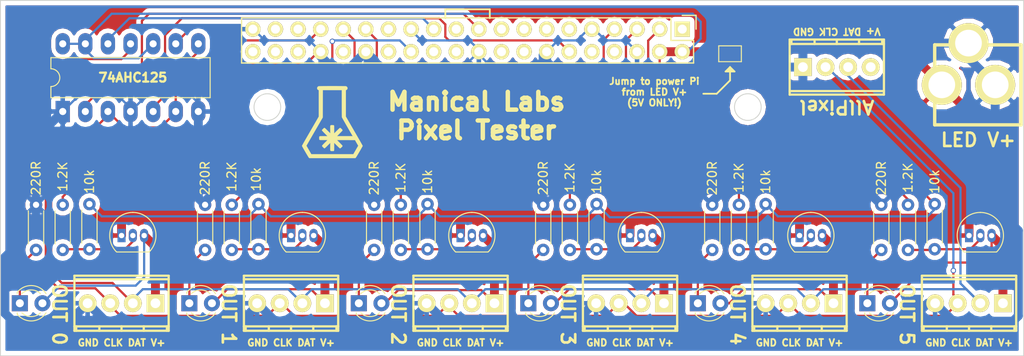
<source format=kicad_pcb>
(kicad_pcb (version 4) (host pcbnew 4.0.7)
  (layers (0 F.Cu signal) (31 B.Cu signal hide) (34 B.Paste user) (35 F.Paste user) (36 B.SilkS user) (37 F.SilkS user) (38 B.Mask user) (39 F.Mask user) (44 Edge.Cuts user))
  (net 0 "")
  (net 1 "Net-(J1-Pad36)")
  (net 2 "Net-(J1-Pad40)")
  (net 3 "Net-(J1-Pad38)")
  (net 4 "Net-(J1-Pad24)")
  (net 5 "Net-(J1-Pad22)")
  (net 6 "Net-(J1-Pad32)")
  (net 7 "Net-(J1-Pad28)")
  (net 8 "Net-(J1-Pad10)")
  (net 9 "Net-(J1-Pad16)")
  (net 10 "Net-(J1-Pad8)")
  (net 11 "Net-(J1-Pad37)")
  (net 12 "Net-(J1-Pad35)")
  (net 13 "Net-(J1-Pad27)")
  (net 14 "Net-(J1-Pad21)")
  (net 15 "Net-(J1-Pad17)")
  (net 16 "Net-(J1-Pad1)")
  (net 17 "Net-(J1-Pad15)")
  (net 18 "Net-(J1-Pad11)")
  (net 19 PWR)
  (net 20 GND)
  (net 21 5V)
  (net 22 PWM_13)
  (net 23 PWM_18)
  (net 24 MOSI)
  (net 25 CLK)
  (net 26 "Net-(J1-Pad13)")
  (net 27 "Net-(J1-Pad18)")
  (net 28 CTL_0)
  (net 29 CTL_1)
  (net 30 CTL_2)
  (net 31 CTL_5)
  (net 32 CTL_3)
  (net 33 CTL_4)
  (net 34 DATA_5V)
  (net 35 CLK_5V)
  (net 36 "Net-(P6-Pad4)")
  (net 37 "Net-(D0-Pad1)")
  (net 38 "Net-(D0-Pad2)")
  (net 39 "Net-(D1-Pad1)")
  (net 40 "Net-(D1-Pad2)")
  (net 41 "Net-(D2-Pad1)")
  (net 42 "Net-(D2-Pad2)")
  (net 43 "Net-(D3-Pad1)")
  (net 44 "Net-(D3-Pad2)")
  (net 45 "Net-(D4-Pad1)")
  (net 46 "Net-(D4-Pad2)")
  (net 47 "Net-(D5-Pad1)")
  (net 48 "Net-(D5-Pad2)")
  (net 49 "Net-(Q0-Pad2)")
  (net 50 "Net-(Q1-Pad2)")
  (net 51 "Net-(Q2-Pad2)")
  (net 52 "Net-(Q3-Pad2)")
  (net 53 "Net-(Q4-Pad2)")
  (net 54 "Net-(Q5-Pad2)")
  (module Housings_DIP:DIP-14_W7.62mm_LongPads (layer F.Cu) (at 48 110.5 90)
    (fp_text reference U1 hide)
    (fp_text value 74AHC125 hide)
    (pad 1 thru_hole rect (at 0 0 90) (size 2.4 1.6) (drill 0.8) (layers *.Cu *.Mask) (net 20 GND))
    (pad 8 thru_hole oval (at 7.62 15.24 90) (size 2.4 1.6) (drill 0.8) (layers *.Cu *.Mask) (net 34 DATA_5V))
    (pad 2 thru_hole oval (at 0 2.54 90) (size 2.4 1.6) (drill 0.8) (layers *.Cu *.Mask) (net 24 MOSI))
    (pad 9 thru_hole oval (at 7.62 12.7 90) (size 2.4 1.6) (drill 0.8) (layers *.Cu *.Mask) (net 22 PWM_13))
    (pad 3 thru_hole oval (at 0 5.08 90) (size 2.4 1.6) (drill 0.8) (layers *.Cu *.Mask) (net 34 DATA_5V))
    (pad 10 thru_hole oval (at 7.62 10.16 90) (size 2.4 1.6) (drill 0.8) (layers *.Cu *.Mask) (net 21 5V))
    (pad 4 thru_hole oval (at 0 7.62 90) (size 2.4 1.6) (drill 0.8) (layers *.Cu *.Mask) (net 20 GND))
    (pad 11 thru_hole oval (at 7.62 7.62 90) (size 2.4 1.6) (drill 0.8) (layers *.Cu *.Mask) (net 35 CLK_5V))
    (pad 5 thru_hole oval (at 0 10.16 90) (size 2.4 1.6) (drill 0.8) (layers *.Cu *.Mask) (net 23 PWM_18))
    (pad 12 thru_hole oval (at 7.62 5.08 90) (size 2.4 1.6) (drill 0.8) (layers *.Cu *.Mask) (net 25 CLK))
    (pad 6 thru_hole oval (at 0 12.7 90) (size 2.4 1.6) (drill 0.8) (layers *.Cu *.Mask) (net 34 DATA_5V))
    (pad 13 thru_hole oval (at 7.62 2.54 90) (size 2.4 1.6) (drill 0.8) (layers *.Cu *.Mask) (net 21 5V))
    (pad 7 thru_hole oval (at 0 15.24 90) (size 2.4 1.6) (drill 0.8) (layers *.Cu *.Mask) (net 20 GND))
    (pad 14 thru_hole oval (at 7.62 0 90) (size 2.4 1.6) (drill 0.8) (layers *.Cu *.Mask) (net 21 5V))
  )
  (module RPi_Hat:Pin_Header_Straight_2x20 (layer F.Cu) (at 93.5 102.5 270)
    (fp_text reference J1 hide)
    (fp_text value RPi_GPIO hide)
    (pad 1 thru_hole rect (at -1.27 -24.13 270) (size 1.7272 1.7272) (drill 1.016) (layers *.Cu *.Mask F.SilkS) (net 16 "Net-(J1-Pad1)"))
    (pad 2 thru_hole oval (at 1.27 -24.13 270) (size 1.7272 1.7272) (drill 1.016) (layers *.Cu *.Mask F.SilkS) (net 21 5V))
    (pad 3 thru_hole oval (at -1.27 -21.59 270) (size 1.7272 1.7272) (drill 1.016) (layers *.Cu *.Mask F.SilkS) (net 28 CTL_0))
    (pad 4 thru_hole oval (at 1.27 -21.59 270) (size 1.7272 1.7272) (drill 1.016) (layers *.Cu *.Mask F.SilkS) (net 21 5V))
    (pad 5 thru_hole oval (at -1.27 -19.05 270) (size 1.7272 1.7272) (drill 1.016) (layers *.Cu *.Mask F.SilkS) (net 29 CTL_1))
    (pad 6 thru_hole oval (at 1.27 -19.05 270) (size 1.7272 1.7272) (drill 1.016) (layers *.Cu *.Mask F.SilkS) (net 20 GND))
    (pad 7 thru_hole oval (at -1.27 -16.51 270) (size 1.7272 1.7272) (drill 1.016) (layers *.Cu *.Mask F.SilkS) (net 30 CTL_2))
    (pad 8 thru_hole oval (at 1.27 -16.51 270) (size 1.7272 1.7272) (drill 1.016) (layers *.Cu *.Mask F.SilkS) (net 10 "Net-(J1-Pad8)"))
    (pad 9 thru_hole oval (at -1.27 -13.97 270) (size 1.7272 1.7272) (drill 1.016) (layers *.Cu *.Mask F.SilkS) (net 20 GND))
    (pad 10 thru_hole oval (at 1.27 -13.97 270) (size 1.7272 1.7272) (drill 1.016) (layers *.Cu *.Mask F.SilkS) (net 8 "Net-(J1-Pad10)"))
    (pad 11 thru_hole oval (at -1.27 -11.43 270) (size 1.7272 1.7272) (drill 1.016) (layers *.Cu *.Mask F.SilkS) (net 18 "Net-(J1-Pad11)"))
    (pad 12 thru_hole oval (at 1.27 -11.43 270) (size 1.7272 1.7272) (drill 1.016) (layers *.Cu *.Mask F.SilkS) (net 23 PWM_18))
    (pad 13 thru_hole oval (at -1.27 -8.89 270) (size 1.7272 1.7272) (drill 1.016) (layers *.Cu *.Mask F.SilkS) (net 26 "Net-(J1-Pad13)"))
    (pad 14 thru_hole oval (at 1.27 -8.89 270) (size 1.7272 1.7272) (drill 1.016) (layers *.Cu *.Mask F.SilkS) (net 20 GND))
    (pad 15 thru_hole oval (at -1.27 -6.35 270) (size 1.7272 1.7272) (drill 1.016) (layers *.Cu *.Mask F.SilkS) (net 17 "Net-(J1-Pad15)"))
    (pad 16 thru_hole oval (at 1.27 -6.35 270) (size 1.7272 1.7272) (drill 1.016) (layers *.Cu *.Mask F.SilkS) (net 9 "Net-(J1-Pad16)"))
    (pad 17 thru_hole oval (at -1.27 -3.81 270) (size 1.7272 1.7272) (drill 1.016) (layers *.Cu *.Mask F.SilkS) (net 15 "Net-(J1-Pad17)"))
    (pad 18 thru_hole oval (at 1.27 -3.81 270) (size 1.7272 1.7272) (drill 1.016) (layers *.Cu *.Mask F.SilkS) (net 27 "Net-(J1-Pad18)"))
    (pad 19 thru_hole oval (at -1.27 -1.27 270) (size 1.7272 1.7272) (drill 1.016) (layers *.Cu *.Mask F.SilkS) (net 24 MOSI))
    (pad 20 thru_hole oval (at 1.27 -1.27 270) (size 1.7272 1.7272) (drill 1.016) (layers *.Cu *.Mask F.SilkS) (net 20 GND))
    (pad 21 thru_hole oval (at -1.27 1.27 270) (size 1.7272 1.7272) (drill 1.016) (layers *.Cu *.Mask F.SilkS) (net 14 "Net-(J1-Pad21)"))
    (pad 22 thru_hole oval (at 1.27 1.27 270) (size 1.7272 1.7272) (drill 1.016) (layers *.Cu *.Mask F.SilkS) (net 5 "Net-(J1-Pad22)"))
    (pad 23 thru_hole oval (at -1.27 3.81 270) (size 1.7272 1.7272) (drill 1.016) (layers *.Cu *.Mask F.SilkS) (net 25 CLK))
    (pad 24 thru_hole oval (at 1.27 3.81 270) (size 1.7272 1.7272) (drill 1.016) (layers *.Cu *.Mask F.SilkS) (net 4 "Net-(J1-Pad24)"))
    (pad 25 thru_hole oval (at -1.27 6.35 270) (size 1.7272 1.7272) (drill 1.016) (layers *.Cu *.Mask F.SilkS) (net 20 GND))
    (pad 26 thru_hole oval (at 1.27 6.35 270) (size 1.7272 1.7272) (drill 1.016) (layers *.Cu *.Mask F.SilkS) (net 31 CTL_5))
    (pad 27 thru_hole oval (at -1.27 8.89 270) (size 1.7272 1.7272) (drill 1.016) (layers *.Cu *.Mask F.SilkS) (net 13 "Net-(J1-Pad27)"))
    (pad 28 thru_hole oval (at 1.27 8.89 270) (size 1.7272 1.7272) (drill 1.016) (layers *.Cu *.Mask F.SilkS) (net 7 "Net-(J1-Pad28)"))
    (pad 29 thru_hole oval (at -1.27 11.43 270) (size 1.7272 1.7272) (drill 1.016) (layers *.Cu *.Mask F.SilkS) (net 32 CTL_3))
    (pad 30 thru_hole oval (at 1.27 11.43 270) (size 1.7272 1.7272) (drill 1.016) (layers *.Cu *.Mask F.SilkS) (net 20 GND))
    (pad 31 thru_hole oval (at -1.27 13.97 270) (size 1.7272 1.7272) (drill 1.016) (layers *.Cu *.Mask F.SilkS) (net 33 CTL_4))
    (pad 32 thru_hole oval (at 1.27 13.97 270) (size 1.7272 1.7272) (drill 1.016) (layers *.Cu *.Mask F.SilkS) (net 6 "Net-(J1-Pad32)"))
    (pad 33 thru_hole oval (at -1.27 16.51 270) (size 1.7272 1.7272) (drill 1.016) (layers *.Cu *.Mask F.SilkS) (net 22 PWM_13))
    (pad 34 thru_hole oval (at 1.27 16.51 270) (size 1.7272 1.7272) (drill 1.016) (layers *.Cu *.Mask F.SilkS) (net 20 GND))
    (pad 35 thru_hole oval (at -1.27 19.05 270) (size 1.7272 1.7272) (drill 1.016) (layers *.Cu *.Mask F.SilkS) (net 12 "Net-(J1-Pad35)"))
    (pad 36 thru_hole oval (at 1.27 19.05 270) (size 1.7272 1.7272) (drill 1.016) (layers *.Cu *.Mask F.SilkS) (net 1 "Net-(J1-Pad36)"))
    (pad 37 thru_hole oval (at -1.27 21.59 270) (size 1.7272 1.7272) (drill 1.016) (layers *.Cu *.Mask F.SilkS) (net 11 "Net-(J1-Pad37)"))
    (pad 38 thru_hole oval (at 1.27 21.59 270) (size 1.7272 1.7272) (drill 1.016) (layers *.Cu *.Mask F.SilkS) (net 3 "Net-(J1-Pad38)"))
    (pad 39 thru_hole oval (at -1.27 24.13 270) (size 1.7272 1.7272) (drill 1.016) (layers *.Cu *.Mask F.SilkS) (net 20 GND))
    (pad 40 thru_hole oval (at 1.27 24.13 270) (size 1.7272 1.7272) (drill 1.016) (layers *.Cu *.Mask F.SilkS) (net 2 "Net-(J1-Pad40)"))
  )
  (module w_conn_mpt:mpt_0,5%2f4-2,54 (layer F.Cu) (at 73.66 132.08)
    (fp_text reference P1 hide)
    (fp_text value STRIP_OUT hide)
    (pad 4 thru_hole oval (at -3.81 0) (size 1.99898 1.99898) (drill 1.09728) (layers *.Cu *.Mask F.SilkS) (net 20 GND))
    (pad 1 thru_hole rect (at 3.81 0) (size 1.99898 1.99898) (drill 1.09728) (layers *.Cu *.Mask F.SilkS) (net 46 "Net-(D4-Pad2)"))
    (pad 2 thru_hole oval (at 1.27 0) (size 1.99898 1.99898) (drill 1.09728) (layers *.Cu *.Mask F.SilkS) (net 34 DATA_5V))
    (pad 3 thru_hole oval (at -1.27 0) (size 1.99898 1.99898) (drill 1.09728) (layers *.Cu *.Mask F.SilkS) (net 35 CLK_5V))
  )
  (module Connectors:GS2 (layer F.Cu) (at 123 104 270)
    (fp_text reference J2 hide)
    (fp_text value GS2 hide)
    (pad 1 smd rect (at 0 -0.64 270) (size 1.27 0.97) (layers F.Cu F.Paste F.Mask) (net 19 PWR))
    (pad 2 smd rect (at 0 0.64 270) (size 1.27 0.97) (layers F.Cu F.Paste F.Mask) (net 21 5V))
  )
  (module w_conn_mpt:mpt_0,5%2f4-2,54 (layer F.Cu) (at 54.61 132.08)
    (fp_text reference P0 hide)
    (fp_text value STRIP_OUT hide)
    (pad 4 thru_hole oval (at -3.81 0) (size 1.99898 1.99898) (drill 1.09728) (layers *.Cu *.Mask F.SilkS) (net 20 GND))
    (pad 1 thru_hole rect (at 3.81 0) (size 1.99898 1.99898) (drill 1.09728) (layers *.Cu *.Mask F.SilkS) (net 48 "Net-(D5-Pad2)"))
    (pad 2 thru_hole oval (at 1.27 0) (size 1.99898 1.99898) (drill 1.09728) (layers *.Cu *.Mask F.SilkS) (net 34 DATA_5V))
    (pad 3 thru_hole oval (at -1.27 0) (size 1.99898 1.99898) (drill 1.09728) (layers *.Cu *.Mask F.SilkS) (net 35 CLK_5V))
  )
  (module w_conn_mpt:mpt_0,5%2f4-2,54 (layer F.Cu) (at 92.71 132.08)
    (fp_text reference P2 hide)
    (fp_text value STRIP_OUT hide)
    (pad 4 thru_hole oval (at -3.81 0) (size 1.99898 1.99898) (drill 1.09728) (layers *.Cu *.Mask F.SilkS) (net 20 GND))
    (pad 1 thru_hole rect (at 3.81 0) (size 1.99898 1.99898) (drill 1.09728) (layers *.Cu *.Mask F.SilkS) (net 44 "Net-(D3-Pad2)"))
    (pad 2 thru_hole oval (at 1.27 0) (size 1.99898 1.99898) (drill 1.09728) (layers *.Cu *.Mask F.SilkS) (net 34 DATA_5V))
    (pad 3 thru_hole oval (at -1.27 0) (size 1.99898 1.99898) (drill 1.09728) (layers *.Cu *.Mask F.SilkS) (net 35 CLK_5V))
  )
  (module w_conn_mpt:mpt_0,5%2f4-2,54 (layer F.Cu) (at 111.76 132.08)
    (fp_text reference P3 hide)
    (fp_text value STRIP_OUT hide)
    (pad 4 thru_hole oval (at -3.81 0) (size 1.99898 1.99898) (drill 1.09728) (layers *.Cu *.Mask F.SilkS) (net 20 GND))
    (pad 1 thru_hole rect (at 3.81 0) (size 1.99898 1.99898) (drill 1.09728) (layers *.Cu *.Mask F.SilkS) (net 42 "Net-(D2-Pad2)"))
    (pad 2 thru_hole oval (at 1.27 0) (size 1.99898 1.99898) (drill 1.09728) (layers *.Cu *.Mask F.SilkS) (net 34 DATA_5V))
    (pad 3 thru_hole oval (at -1.27 0) (size 1.99898 1.99898) (drill 1.09728) (layers *.Cu *.Mask F.SilkS) (net 35 CLK_5V))
  )
  (module w_conn_mpt:mpt_0,5%2f4-2,54 (layer F.Cu) (at 130.81 132.08)
    (fp_text reference P4 hide)
    (fp_text value STRIP_OUT hide)
    (pad 4 thru_hole oval (at -3.81 0) (size 1.99898 1.99898) (drill 1.09728) (layers *.Cu *.Mask F.SilkS) (net 20 GND))
    (pad 1 thru_hole rect (at 3.81 0) (size 1.99898 1.99898) (drill 1.09728) (layers *.Cu *.Mask F.SilkS) (net 40 "Net-(D1-Pad2)"))
    (pad 2 thru_hole oval (at 1.27 0) (size 1.99898 1.99898) (drill 1.09728) (layers *.Cu *.Mask F.SilkS) (net 34 DATA_5V))
    (pad 3 thru_hole oval (at -1.27 0) (size 1.99898 1.99898) (drill 1.09728) (layers *.Cu *.Mask F.SilkS) (net 35 CLK_5V))
  )
  (module w_conn_mpt:mpt_0,5%2f4-2,54 (layer F.Cu) (at 149.86 132.08)
    (fp_text reference P5 hide)
    (fp_text value STRIP_OUT hide)
    (pad 4 thru_hole oval (at -3.81 0) (size 1.99898 1.99898) (drill 1.09728) (layers *.Cu *.Mask F.SilkS) (net 20 GND))
    (pad 1 thru_hole rect (at 3.81 0) (size 1.99898 1.99898) (drill 1.09728) (layers *.Cu *.Mask F.SilkS) (net 38 "Net-(D0-Pad2)"))
    (pad 2 thru_hole oval (at 1.27 0) (size 1.99898 1.99898) (drill 1.09728) (layers *.Cu *.Mask F.SilkS) (net 34 DATA_5V))
    (pad 3 thru_hole oval (at -1.27 0) (size 1.99898 1.99898) (drill 1.09728) (layers *.Cu *.Mask F.SilkS) (net 35 CLK_5V))
  )
  (module w_conn_mpt:mpt_0,5%2f4-2,54 (layer F.Cu) (at 135 105.5 180)
    (fp_text reference P6 hide)
    (fp_text value APM_INPUT hide)
    (pad 4 thru_hole oval (at -3.81 0 180) (size 1.99898 1.99898) (drill 1.09728) (layers *.Cu *.Mask F.SilkS) (net 36 "Net-(P6-Pad4)"))
    (pad 1 thru_hole rect (at 3.81 0 180) (size 1.99898 1.99898) (drill 1.09728) (layers *.Cu *.Mask F.SilkS) (net 20 GND))
    (pad 2 thru_hole oval (at 1.27 0 180) (size 1.99898 1.99898) (drill 1.09728) (layers *.Cu *.Mask F.SilkS) (net 35 CLK_5V))
    (pad 3 thru_hole oval (at -1.27 0 180) (size 1.99898 1.99898) (drill 1.09728) (layers *.Cu *.Mask F.SilkS) (net 34 DATA_5V))
  )
  (module APM_BarrelJack:ML_BARREL_JACK_ROUND_PADS_SHORT (layer F.Cu) (at 153 107.5 180)
    (fp_text reference PWR1 hide)
    (fp_text value BARREL_JACK hide)
    (pad 1 thru_hole circle (at 6.20014 0 180) (size 4.5 4.5) (drill 2.99974) (layers *.Cu *.Mask F.SilkS) (net 19 PWR))
    (pad 2 thru_hole circle (at 0.20066 0 180) (size 4.5 4.5) (drill 2.99974) (layers *.Cu *.Mask F.SilkS) (net 20 GND))
    (pad 3 thru_hole circle (at 3.2004 4.699 180) (size 4.5 4.5) (drill 2.99974) (layers *.Cu *.Mask F.SilkS) (net 20 GND))
  )
  (module Resistors_THT:R_Axial_DIN0204_L3.6mm_D1.6mm_P5.08mm_Horizontal (layer F.Cu) (at 51 126 90)
    (fp_text reference R0 hide)
    (fp_text value 10k (at 7.62 0 90) (layer F.SilkS))
    (pad 1 thru_hole circle (at 0 0 90) (size 1.4 1.4) (drill 0.7) (layers *.Cu *.Mask) (net 54 "Net-(Q5-Pad2)"))
    (pad 2 thru_hole oval (at 5.08 0 90) (size 1.4 1.4) (drill 0.7) (layers *.Cu *.Mask) (net 21 5V))
  )
  (module Resistors_THT:R_Axial_DIN0204_L3.6mm_D1.6mm_P5.08mm_Horizontal (layer F.Cu) (at 70 126 90)
    (fp_text reference R1 hide)
    (fp_text value 10k (at 7.874 -0.254 90) (layer F.SilkS))
    (pad 1 thru_hole circle (at 0 0 90) (size 1.4 1.4) (drill 0.7) (layers *.Cu *.Mask) (net 53 "Net-(Q4-Pad2)"))
    (pad 2 thru_hole oval (at 5.08 0 90) (size 1.4 1.4) (drill 0.7) (layers *.Cu *.Mask) (net 21 5V))
  )
  (module Resistors_THT:R_Axial_DIN0204_L3.6mm_D1.6mm_P5.08mm_Horizontal (layer F.Cu) (at 89 126 90)
    (fp_text reference R2 hide)
    (fp_text value 10k (at 7.62 0 90) (layer F.SilkS))
    (pad 1 thru_hole circle (at 0 0 90) (size 1.4 1.4) (drill 0.7) (layers *.Cu *.Mask) (net 52 "Net-(Q3-Pad2)"))
    (pad 2 thru_hole oval (at 5.08 0 90) (size 1.4 1.4) (drill 0.7) (layers *.Cu *.Mask) (net 21 5V))
  )
  (module Resistors_THT:R_Axial_DIN0204_L3.6mm_D1.6mm_P5.08mm_Horizontal (layer F.Cu) (at 108 126 90)
    (fp_text reference R3 hide)
    (fp_text value 10k (at 7.62 0 90) (layer F.SilkS))
    (pad 1 thru_hole circle (at 0 0 90) (size 1.4 1.4) (drill 0.7) (layers *.Cu *.Mask) (net 51 "Net-(Q2-Pad2)"))
    (pad 2 thru_hole oval (at 5.08 0 90) (size 1.4 1.4) (drill 0.7) (layers *.Cu *.Mask) (net 21 5V))
  )
  (module Resistors_THT:R_Axial_DIN0204_L3.6mm_D1.6mm_P5.08mm_Horizontal (layer F.Cu) (at 127 126 90)
    (fp_text reference R4 hide)
    (fp_text value 10k (at 7.62 0 90) (layer F.SilkS))
    (pad 1 thru_hole circle (at 0 0 90) (size 1.4 1.4) (drill 0.7) (layers *.Cu *.Mask) (net 50 "Net-(Q1-Pad2)"))
    (pad 2 thru_hole oval (at 5.08 0 90) (size 1.4 1.4) (drill 0.7) (layers *.Cu *.Mask) (net 21 5V))
  )
  (module Resistors_THT:R_Axial_DIN0204_L3.6mm_D1.6mm_P5.08mm_Horizontal (layer F.Cu) (at 146 126 90)
    (fp_text reference R5 hide)
    (fp_text value 10k (at 7.62 0 90) (layer F.SilkS))
    (pad 1 thru_hole circle (at 0 0 90) (size 1.4 1.4) (drill 0.7) (layers *.Cu *.Mask) (net 49 "Net-(Q0-Pad2)"))
    (pad 2 thru_hole oval (at 5.08 0 90) (size 1.4 1.4) (drill 0.7) (layers *.Cu *.Mask) (net 21 5V))
  )
  (module Resistors_THT:R_Axial_DIN0204_L3.6mm_D1.6mm_P5.08mm_Horizontal (layer F.Cu) (at 48 121 270)
    (fp_text reference R6 hide)
    (fp_text value 1.2K (at -3.175 0 270) (layer F.SilkS))
    (pad 1 thru_hole circle (at 0 0 270) (size 1.4 1.4) (drill 0.7) (layers *.Cu *.Mask) (net 31 CTL_5))
    (pad 2 thru_hole oval (at 5.08 0 270) (size 1.4 1.4) (drill 0.7) (layers *.Cu *.Mask) (net 54 "Net-(Q5-Pad2)"))
  )
  (module Resistors_THT:R_Axial_DIN0204_L3.6mm_D1.6mm_P5.08mm_Horizontal (layer F.Cu) (at 67 121 270)
    (fp_text reference R7 hide)
    (fp_text value 1.2K (at -3.175 0 270) (layer F.SilkS))
    (pad 1 thru_hole circle (at 0 0 270) (size 1.4 1.4) (drill 0.7) (layers *.Cu *.Mask) (net 33 CTL_4))
    (pad 2 thru_hole oval (at 5.08 0 270) (size 1.4 1.4) (drill 0.7) (layers *.Cu *.Mask) (net 53 "Net-(Q4-Pad2)"))
  )
  (module Resistors_THT:R_Axial_DIN0204_L3.6mm_D1.6mm_P5.08mm_Horizontal (layer F.Cu) (at 86 121 270)
    (fp_text reference R8 hide)
    (fp_text value 1.2K (at -3.048 0 270) (layer F.SilkS))
    (pad 1 thru_hole circle (at 0 0 270) (size 1.4 1.4) (drill 0.7) (layers *.Cu *.Mask) (net 32 CTL_3))
    (pad 2 thru_hole oval (at 5.08 0 270) (size 1.4 1.4) (drill 0.7) (layers *.Cu *.Mask) (net 52 "Net-(Q3-Pad2)"))
  )
  (module Resistors_THT:R_Axial_DIN0204_L3.6mm_D1.6mm_P5.08mm_Horizontal (layer F.Cu) (at 105 121 270)
    (fp_text reference R9 hide)
    (fp_text value 1.2K (at -3.048 0 270) (layer F.SilkS))
    (pad 1 thru_hole circle (at 0 0 270) (size 1.4 1.4) (drill 0.7) (layers *.Cu *.Mask) (net 30 CTL_2))
    (pad 2 thru_hole oval (at 5.08 0 270) (size 1.4 1.4) (drill 0.7) (layers *.Cu *.Mask) (net 51 "Net-(Q2-Pad2)"))
  )
  (module Resistors_THT:R_Axial_DIN0204_L3.6mm_D1.6mm_P5.08mm_Horizontal (layer F.Cu) (at 124 121 270)
    (fp_text reference R10 hide)
    (fp_text value 1.2K (at -3.048 0 270) (layer F.SilkS))
    (pad 1 thru_hole circle (at 0 0 270) (size 1.4 1.4) (drill 0.7) (layers *.Cu *.Mask) (net 29 CTL_1))
    (pad 2 thru_hole oval (at 5.08 0 270) (size 1.4 1.4) (drill 0.7) (layers *.Cu *.Mask) (net 50 "Net-(Q1-Pad2)"))
  )
  (module Resistors_THT:R_Axial_DIN0204_L3.6mm_D1.6mm_P5.08mm_Horizontal (layer F.Cu) (at 143 121 270)
    (fp_text reference R11 hide)
    (fp_text value 1.2K (at -3.048 0 270) (layer F.SilkS))
    (pad 1 thru_hole circle (at 0 0 270) (size 1.4 1.4) (drill 0.7) (layers *.Cu *.Mask) (net 28 CTL_0))
    (pad 2 thru_hole oval (at 5.08 0 270) (size 1.4 1.4) (drill 0.7) (layers *.Cu *.Mask) (net 49 "Net-(Q0-Pad2)"))
  )
  (module LEDs:LED_D3.0mm (layer F.Cu) (at 138.43 132.08)
    (fp_text reference D0 hide)
    (fp_text value LED hide)
    (pad 1 thru_hole rect (at 0 0) (size 1.8 1.8) (drill 0.9) (layers *.Cu *.Mask) (net 37 "Net-(D0-Pad1)"))
    (pad 2 thru_hole circle (at 2.54 0) (size 1.8 1.8) (drill 0.9) (layers *.Cu *.Mask) (net 38 "Net-(D0-Pad2)"))
  )
  (module LEDs:LED_D3.0mm (layer F.Cu) (at 119.38 132.08)
    (fp_text reference D1 hide)
    (fp_text value LED hide)
    (pad 1 thru_hole rect (at 0 0) (size 1.8 1.8) (drill 0.9) (layers *.Cu *.Mask) (net 39 "Net-(D1-Pad1)"))
    (pad 2 thru_hole circle (at 2.54 0) (size 1.8 1.8) (drill 0.9) (layers *.Cu *.Mask) (net 40 "Net-(D1-Pad2)"))
  )
  (module LEDs:LED_D3.0mm (layer F.Cu) (at 100.33 132.08)
    (fp_text reference D2 hide)
    (fp_text value LED hide)
    (pad 1 thru_hole rect (at 0 0) (size 1.8 1.8) (drill 0.9) (layers *.Cu *.Mask) (net 41 "Net-(D2-Pad1)"))
    (pad 2 thru_hole circle (at 2.54 0) (size 1.8 1.8) (drill 0.9) (layers *.Cu *.Mask) (net 42 "Net-(D2-Pad2)"))
  )
  (module LEDs:LED_D3.0mm (layer F.Cu) (at 81.28 132.08)
    (fp_text reference D3 hide)
    (fp_text value LED hide)
    (pad 1 thru_hole rect (at 0 0) (size 1.8 1.8) (drill 0.9) (layers *.Cu *.Mask) (net 43 "Net-(D3-Pad1)"))
    (pad 2 thru_hole circle (at 2.54 0) (size 1.8 1.8) (drill 0.9) (layers *.Cu *.Mask) (net 44 "Net-(D3-Pad2)"))
  )
  (module LEDs:LED_D3.0mm (layer F.Cu) (at 62.23 132.08)
    (fp_text reference D4 hide)
    (fp_text value LED hide)
    (pad 1 thru_hole rect (at 0 0) (size 1.8 1.8) (drill 0.9) (layers *.Cu *.Mask) (net 45 "Net-(D4-Pad1)"))
    (pad 2 thru_hole circle (at 2.54 0) (size 1.8 1.8) (drill 0.9) (layers *.Cu *.Mask) (net 46 "Net-(D4-Pad2)"))
  )
  (module LEDs:LED_D3.0mm (layer F.Cu) (at 43.18 132.08)
    (fp_text reference D5 hide)
    (fp_text value LED hide)
    (pad 1 thru_hole rect (at 0 0) (size 1.8 1.8) (drill 0.9) (layers *.Cu *.Mask) (net 47 "Net-(D5-Pad1)"))
    (pad 2 thru_hole circle (at 2.54 0) (size 1.8 1.8) (drill 0.9) (layers *.Cu *.Mask) (net 48 "Net-(D5-Pad2)"))
  )
  (module TO_SOT_Packages_THT:TO-92_Inline_Narrow_Oval (layer F.Cu) (at 149.86 124.46)
    (fp_text reference Q0 hide)
    (fp_text value PN2907BU hide)
    (pad 2 thru_hole oval (at 1.27 0 180) (size 0.9 1.5) (drill 0.6) (layers *.Cu *.Mask) (net 49 "Net-(Q0-Pad2)"))
    (pad 3 thru_hole oval (at 2.54 0 180) (size 0.9 1.5) (drill 0.6) (layers *.Cu *.Mask) (net 38 "Net-(D0-Pad2)"))
    (pad 1 thru_hole rect (at 0 0 180) (size 0.9 1.5) (drill 0.6) (layers *.Cu *.Mask) (net 19 PWR))
  )
  (module TO_SOT_Packages_THT:TO-92_Inline_Narrow_Oval (layer F.Cu) (at 130.81 124.46)
    (fp_text reference Q1 hide)
    (fp_text value PN2907BU hide)
    (pad 2 thru_hole oval (at 1.27 0 180) (size 0.9 1.5) (drill 0.6) (layers *.Cu *.Mask) (net 50 "Net-(Q1-Pad2)"))
    (pad 3 thru_hole oval (at 2.54 0 180) (size 0.9 1.5) (drill 0.6) (layers *.Cu *.Mask) (net 40 "Net-(D1-Pad2)"))
    (pad 1 thru_hole rect (at 0 0 180) (size 0.9 1.5) (drill 0.6) (layers *.Cu *.Mask) (net 19 PWR))
  )
  (module TO_SOT_Packages_THT:TO-92_Inline_Narrow_Oval (layer F.Cu) (at 111.76 124.46)
    (fp_text reference Q2 hide)
    (fp_text value PN2907BU hide)
    (pad 2 thru_hole oval (at 1.27 0 180) (size 0.9 1.5) (drill 0.6) (layers *.Cu *.Mask) (net 51 "Net-(Q2-Pad2)"))
    (pad 3 thru_hole oval (at 2.54 0 180) (size 0.9 1.5) (drill 0.6) (layers *.Cu *.Mask) (net 42 "Net-(D2-Pad2)"))
    (pad 1 thru_hole rect (at 0 0 180) (size 0.9 1.5) (drill 0.6) (layers *.Cu *.Mask) (net 19 PWR))
  )
  (module TO_SOT_Packages_THT:TO-92_Inline_Narrow_Oval (layer F.Cu) (at 92.71 124.46)
    (fp_text reference Q3 hide)
    (fp_text value PN2907BU hide)
    (pad 2 thru_hole oval (at 1.27 0 180) (size 0.9 1.5) (drill 0.6) (layers *.Cu *.Mask) (net 52 "Net-(Q3-Pad2)"))
    (pad 3 thru_hole oval (at 2.54 0 180) (size 0.9 1.5) (drill 0.6) (layers *.Cu *.Mask) (net 44 "Net-(D3-Pad2)"))
    (pad 1 thru_hole rect (at 0 0 180) (size 0.9 1.5) (drill 0.6) (layers *.Cu *.Mask) (net 19 PWR))
  )
  (module TO_SOT_Packages_THT:TO-92_Inline_Narrow_Oval (layer F.Cu) (at 73.66 124.46)
    (fp_text reference Q4 hide)
    (fp_text value PN2907BU hide)
    (pad 2 thru_hole oval (at 1.27 0 180) (size 0.9 1.5) (drill 0.6) (layers *.Cu *.Mask) (net 53 "Net-(Q4-Pad2)"))
    (pad 3 thru_hole oval (at 2.54 0 180) (size 0.9 1.5) (drill 0.6) (layers *.Cu *.Mask) (net 46 "Net-(D4-Pad2)"))
    (pad 1 thru_hole rect (at 0 0 180) (size 0.9 1.5) (drill 0.6) (layers *.Cu *.Mask) (net 19 PWR))
  )
  (module TO_SOT_Packages_THT:TO-92_Inline_Narrow_Oval (layer F.Cu) (at 54.61 124.46)
    (fp_text reference Q5 hide)
    (fp_text value PN2907BU hide)
    (pad 2 thru_hole oval (at 1.27 0 180) (size 0.9 1.5) (drill 0.6) (layers *.Cu *.Mask) (net 54 "Net-(Q5-Pad2)"))
    (pad 3 thru_hole oval (at 2.54 0 180) (size 0.9 1.5) (drill 0.6) (layers *.Cu *.Mask) (net 48 "Net-(D5-Pad2)"))
    (pad 1 thru_hole rect (at 0 0 180) (size 0.9 1.5) (drill 0.6) (layers *.Cu *.Mask) (net 19 PWR))
  )
  (module Resistors_THT:R_Axial_DIN0204_L3.6mm_D1.6mm_P5.08mm_Horizontal (layer F.Cu) (at 45 121 270)
    (fp_text reference R12 hide)
    (fp_text value 220R (at -3 0 270) (layer F.SilkS))
    (pad 1 thru_hole circle (at 0 0 270) (size 1.4 1.4) (drill 0.7) (layers *.Cu *.Mask) (net 20 GND))
    (pad 2 thru_hole oval (at 5.08 0 270) (size 1.4 1.4) (drill 0.7) (layers *.Cu *.Mask) (net 47 "Net-(D5-Pad1)"))
  )
  (module Resistors_THT:R_Axial_DIN0204_L3.6mm_D1.6mm_P5.08mm_Horizontal (layer F.Cu) (at 64 121 270)
    (fp_text reference R13 hide)
    (fp_text value 220R (at -3 0 270) (layer F.SilkS))
    (pad 1 thru_hole circle (at 0 0 270) (size 1.4 1.4) (drill 0.7) (layers *.Cu *.Mask) (net 20 GND))
    (pad 2 thru_hole oval (at 5.08 0 270) (size 1.4 1.4) (drill 0.7) (layers *.Cu *.Mask) (net 45 "Net-(D4-Pad1)"))
  )
  (module Resistors_THT:R_Axial_DIN0204_L3.6mm_D1.6mm_P5.08mm_Horizontal (layer F.Cu) (at 83 121 270)
    (fp_text reference R14 hide)
    (fp_text value 220R (at -3 0 270) (layer F.SilkS))
    (pad 1 thru_hole circle (at 0 0 270) (size 1.4 1.4) (drill 0.7) (layers *.Cu *.Mask) (net 20 GND))
    (pad 2 thru_hole oval (at 5.08 0 270) (size 1.4 1.4) (drill 0.7) (layers *.Cu *.Mask) (net 43 "Net-(D3-Pad1)"))
  )
  (module Resistors_THT:R_Axial_DIN0204_L3.6mm_D1.6mm_P5.08mm_Horizontal (layer F.Cu) (at 102 121 270)
    (fp_text reference R15 hide)
    (fp_text value 220R (at -3 0 270) (layer F.SilkS))
    (pad 1 thru_hole circle (at 0 0 270) (size 1.4 1.4) (drill 0.7) (layers *.Cu *.Mask) (net 20 GND))
    (pad 2 thru_hole oval (at 5.08 0 270) (size 1.4 1.4) (drill 0.7) (layers *.Cu *.Mask) (net 41 "Net-(D2-Pad1)"))
  )
  (module Resistors_THT:R_Axial_DIN0204_L3.6mm_D1.6mm_P5.08mm_Horizontal (layer F.Cu) (at 121 121 270)
    (fp_text reference R16 hide)
    (fp_text value 220R (at -3 0 270) (layer F.SilkS))
    (pad 1 thru_hole circle (at 0 0 270) (size 1.4 1.4) (drill 0.7) (layers *.Cu *.Mask) (net 20 GND))
    (pad 2 thru_hole oval (at 5.08 0 270) (size 1.4 1.4) (drill 0.7) (layers *.Cu *.Mask) (net 39 "Net-(D1-Pad1)"))
  )
  (module Resistors_THT:R_Axial_DIN0204_L3.6mm_D1.6mm_P5.08mm_Horizontal (layer F.Cu) (at 140 121 270)
    (fp_text reference R17 hide)
    (fp_text value 220R (at -3 0 270) (layer F.SilkS))
    (pad 1 thru_hole circle (at 0 0 270) (size 1.4 1.4) (drill 0.7) (layers *.Cu *.Mask) (net 20 GND))
    (pad 2 thru_hole oval (at 5.08 0 270) (size 1.4 1.4) (drill 0.7) (layers *.Cu *.Mask) (net 37 "Net-(D0-Pad1)"))
  )
  (module LOGOS:logo_MLlabs_small (layer F.Cu) (at 78.3 111.7)
    (fp_text reference G*** hide)
    (fp_text value LOGO hide)
  )
  (gr_text 74AHC125 (at 55.88 106.68) (layer F.SilkS) (effects (font (size 1 1) (thickness 0.25))))
  (gr_text "LED V+" (at 150.9 113.7) (layer F.SilkS) (effects (font (size 1.5 1.5) (thickness 0.3))))
  (gr_line (start 123.2 105.8) (end 122.8 105.8) (angle 90) (layer F.SilkS) (width 0.2))
  (gr_line (start 122.7 105.9) (end 123.2 105.9) (angle 90) (layer F.SilkS) (width 0.2))
  (gr_line (start 123.5 106) (end 123 105.5) (angle 90) (layer F.SilkS) (width 0.2))
  (gr_line (start 122.5 106) (end 123.5 106) (angle 90) (layer F.SilkS) (width 0.2))
  (gr_line (start 123 105.5) (end 122.5 106) (angle 90) (layer F.SilkS) (width 0.2))
  (gr_line (start 123 107) (end 123 105.5) (angle 90) (layer F.SilkS) (width 0.2))
  (gr_line (start 121.5 108.5) (end 123 107) (angle 90) (layer F.SilkS) (width 0.2))
  (gr_line (start 120 108.5) (end 121.5 108.5) (angle 90) (layer F.SilkS) (width 0.2))
  (gr_text "Jump to power Pi\nfrom LED V+\n(5V ONLY!)" (at 114.5 108.3) (layer F.SilkS) (effects (font (size 0.75 0.75) (thickness 0.1875))))
  (gr_text "Manical Labs\nPixel Tester" (at 94.5 111) (layer F.SilkS) (effects (font (size 2 2) (thickness 0.5))))
  (gr_circle (center 125 110) (end 125 111.5) (layer Edge.Cuts) (width 0.1))
  (gr_circle (center 71 110) (end 72.5 110) (layer Edge.Cuts) (width 0.1))
  (gr_line (start 156 98) (end 41 98) (angle 90) (layer Edge.Cuts) (width 0.1))
  (gr_line (start 41 138) (end 156 138) (angle 90) (layer Edge.Cuts) (width 0.1))
  (gr_line (start 96 99) (end 96 100) (angle 90) (layer F.SilkS) (width 0.2))
  (gr_line (start 91 99) (end 96 99) (angle 90) (layer F.SilkS) (width 0.2))
  (gr_line (start 91 100) (end 91 99) (angle 90) (layer F.SilkS) (width 0.2))
  (gr_line (start 41 98) (end 41 138) (angle 90) (layer Edge.Cuts) (width 0.1))
  (gr_text AllPixel (at 135 110 180) (layer F.SilkS) (effects (font (size 1.5 1.5) (thickness 0.3))))
  (gr_text "V+ DAT CLK GND" (at 135 101.5 180) (layer F.SilkS) (effects (font (size 0.762 0.762) (thickness 0.1905))))
  (gr_line (start 156 98) (end 156 138) (angle 90) (layer Edge.Cuts) (width 0.1))
  (gr_text "OUT 5" (at 142.875 133.35 270) (layer F.SilkS) (effects (font (size 1.5 1.5) (thickness 0.3))))
  (gr_text "OUT 4" (at 123.825 133.35 270) (layer F.SilkS) (effects (font (size 1.5 1.5) (thickness 0.3))))
  (gr_text "OUT 3" (at 104.775 133.35 270) (layer F.SilkS) (effects (font (size 1.5 1.5) (thickness 0.3))))
  (gr_text "OUT 2" (at 85.725 133.35 270) (layer F.SilkS) (effects (font (size 1.5 1.5) (thickness 0.3))))
  (gr_text "OUT 1" (at 66.675 133.35 270) (layer F.SilkS) (effects (font (size 1.5 1.5) (thickness 0.3))))
  (gr_text "GND CLK DAT V+" (at 54.61 136.525) (layer F.SilkS) (effects (font (size 0.762 0.762) (thickness 0.1905))))
  (gr_text "GND CLK DAT V+" (at 73.66 136.525) (layer F.SilkS) (effects (font (size 0.762 0.762) (thickness 0.1905))))
  (gr_text "GND CLK DAT V+" (at 92.71 136.525) (layer F.SilkS) (effects (font (size 0.762 0.762) (thickness 0.1905))))
  (gr_text "GND CLK DAT V+" (at 111.76 136.525) (layer F.SilkS) (effects (font (size 0.762 0.762) (thickness 0.1905))))
  (gr_text "GND CLK DAT V+" (at 130.81 136.525) (layer F.SilkS) (effects (font (size 0.762 0.762) (thickness 0.1905))))
  (gr_text "GND CLK DAT V+" (at 149.86 136.525) (layer F.SilkS) (effects (font (size 0.762 0.762) (thickness 0.1905))))
  (gr_text "OUT 0" (at 47.625 133.35 270) (layer F.SilkS) (effects (font (size 1.5 1.5) (thickness 0.3))))
  (segment (start 89.53 103.77) (end 89.53 103.57) (width 0.25) (layer B.Cu) (net 4))
  (segment (start 84.45 101.23) (end 84.45 100.75) (width 0.25) (layer B.Cu) (net 13))
  (segment (start 130.81 124.46) (end 130.81 122.5) (width 1) (layer F.Cu) (net 19))
  (segment (start 130.81 122.5) (end 131 122.5) (width 1) (layer F.Cu) (net 19))
  (segment (start 111.76 124.46) (end 111.76 122.5) (width 1) (layer F.Cu) (net 19))
  (segment (start 112 123) (end 112 122.5) (width 1) (layer F.Cu) (net 19))
  (segment (start 112 122.74) (end 112 123) (width 1) (layer F.Cu) (net 19))
  (segment (start 111.76 122.5) (end 112 122.74) (width 1) (layer F.Cu) (net 19))
  (segment (start 92.71 124.46) (end 92.71 122.5) (width 1) (layer F.Cu) (net 19))
  (segment (start 92.71 122.5) (end 92.5 122.5) (width 1) (layer F.Cu) (net 19))
  (segment (start 73.66 124.46) (end 73.66 122.5) (width 1) (layer F.Cu) (net 19))
  (segment (start 73.66 122.5) (end 73.5 122.5) (width 1) (layer F.Cu) (net 19))
  (segment (start 149.86 122.5) (end 131 122.5) (width 1) (layer F.Cu) (net 19))
  (segment (start 131 122.5) (end 112 122.5) (width 1) (layer F.Cu) (net 19))
  (segment (start 112 122.5) (end 92.5 122.5) (width 1) (layer F.Cu) (net 19))
  (segment (start 92.5 122.5) (end 73.5 122.5) (width 1) (layer F.Cu) (net 19))
  (segment (start 73.5 122.5) (end 54.5 122.5) (width 1) (layer F.Cu) (net 19))
  (segment (start 54.61 122.61) (end 54.61 124.46) (width 1) (layer F.Cu) (net 19))
  (segment (start 54.5 122.5) (end 54.61 122.61) (width 1) (layer F.Cu) (net 19))
  (segment (start 149.86 124.46) (end 149.86 122.5) (width 1) (layer F.Cu) (net 19))
  (segment (start 149.86 122.5) (end 149.86 110.56014) (width 1) (layer F.Cu) (net 19))
  (segment (start 149.86 110.56014) (end 146.79986 107.5) (width 1) (layer F.Cu) (net 19))
  (segment (start 123.64 104) (end 127 104) (width 1) (layer F.Cu) (net 19))
  (segment (start 141.79986 102.5) (end 146.79986 107.5) (width 1) (layer F.Cu) (net 19))
  (segment (start 128.5 102.5) (end 141.79986 102.5) (width 1) (layer F.Cu) (net 19))
  (segment (start 127 104) (end 128.5 102.5) (width 1) (layer F.Cu) (net 19))
  (segment (start 146.79986 107.5) (end 146.79986 107.79986) (width 1) (layer F.Cu) (net 19))
  (segment (start 45 121) (end 45 123.4) (width 1) (layer B.Cu) (net 20))
  (segment (start 47.98 134.9) (end 50.8 132.08) (width 1) (layer B.Cu) (net 20))
  (segment (start 43.2 134.9) (end 47.98 134.9) (width 1) (layer B.Cu) (net 20))
  (segment (start 41.5 133.2) (end 43.2 134.9) (width 1) (layer B.Cu) (net 20))
  (segment (start 41.5 126.9) (end 41.5 133.2) (width 1) (layer B.Cu) (net 20))
  (segment (start 45 123.4) (end 41.5 126.9) (width 1) (layer B.Cu) (net 20))
  (segment (start 121 121) (end 121 120.6) (width 1) (layer B.Cu) (net 20))
  (segment (start 121 120.6) (end 129.41 112.19) (width 1) (layer B.Cu) (net 20))
  (segment (start 129.41 112.19) (end 131.19 112.19) (width 1) (layer B.Cu) (net 20))
  (segment (start 69.85 132.08) (end 69.85 132.35) (width 1) (layer B.Cu) (net 20))
  (segment (start 69.85 132.35) (end 67.6 134.6) (width 1) (layer B.Cu) (net 20))
  (segment (start 67.6 134.6) (end 53.32 134.6) (width 1) (layer B.Cu) (net 20))
  (segment (start 53.32 134.6) (end 50.8 132.08) (width 1) (layer B.Cu) (net 20))
  (segment (start 88.9 132.08) (end 88.9 132.3) (width 1) (layer B.Cu) (net 20))
  (segment (start 88.9 132.3) (end 87.1 134.1) (width 1) (layer B.Cu) (net 20))
  (segment (start 71.87 134.1) (end 69.85 132.08) (width 1) (layer B.Cu) (net 20))
  (segment (start 87.1 134.1) (end 71.87 134.1) (width 1) (layer B.Cu) (net 20))
  (segment (start 107.95 132.08) (end 107.72 132.08) (width 1) (layer B.Cu) (net 20))
  (segment (start 107.72 132.08) (end 105.9 133.9) (width 1) (layer B.Cu) (net 20))
  (segment (start 90.72 133.9) (end 88.9 132.08) (width 1) (layer B.Cu) (net 20))
  (segment (start 105.9 133.9) (end 90.72 133.9) (width 1) (layer B.Cu) (net 20))
  (segment (start 127 132.08) (end 127 132.1) (width 1) (layer B.Cu) (net 20))
  (segment (start 127 132.1) (end 125.1 134) (width 1) (layer B.Cu) (net 20))
  (segment (start 109.87 134) (end 107.95 132.08) (width 1) (layer B.Cu) (net 20))
  (segment (start 125.1 134) (end 109.87 134) (width 1) (layer B.Cu) (net 20))
  (segment (start 146.05 132.08) (end 145.22 132.08) (width 1) (layer B.Cu) (net 20))
  (segment (start 145.22 132.08) (end 143 134.3) (width 1) (layer B.Cu) (net 20))
  (segment (start 129.22 134.3) (end 127 132.08) (width 1) (layer B.Cu) (net 20))
  (segment (start 143 134.3) (end 129.22 134.3) (width 1) (layer B.Cu) (net 20))
  (segment (start 152.79934 107.5) (end 152.79934 121.29934) (width 1) (layer B.Cu) (net 20))
  (segment (start 148.97 135) (end 146.05 132.08) (width 1) (layer B.Cu) (net 20))
  (segment (start 153.9 135) (end 148.97 135) (width 1) (layer B.Cu) (net 20))
  (segment (start 155.4 133.5) (end 153.9 135) (width 1) (layer B.Cu) (net 20))
  (segment (start 155.4 123.9) (end 155.4 133.5) (width 1) (layer B.Cu) (net 20))
  (segment (start 152.79934 121.29934) (end 155.4 123.9) (width 1) (layer B.Cu) (net 20))
  (segment (start 63.24 110.5) (end 63.24 120.24) (width 1) (layer B.Cu) (net 20))
  (segment (start 63.24 120.24) (end 64 121) (width 1) (layer B.Cu) (net 20))
  (segment (start 55.62 110.5) (end 55.62 111.12) (width 1) (layer B.Cu) (net 20))
  (segment (start 48 110.5) (end 48 111.5) (width 1) (layer B.Cu) (net 20))
  (segment (start 45 121) (end 45 113.5) (width 1) (layer B.Cu) (net 20))
  (segment (start 45 113.5) (end 48 110.5) (width 1) (layer B.Cu) (net 20))
  (segment (start 64 121) (end 64 120.6) (width 1) (layer B.Cu) (net 20))
  (segment (start 64 120.6) (end 65.5 119.1) (width 1) (layer B.Cu) (net 20))
  (segment (start 65.5 119.1) (end 81.1 119.1) (width 1) (layer B.Cu) (net 20))
  (segment (start 81.1 119.1) (end 83 121) (width 1) (layer B.Cu) (net 20))
  (segment (start 76.99 103.77) (end 76.99 104.29) (width 1) (layer B.Cu) (net 20))
  (segment (start 76.99 104.29) (end 78.5 105.8) (width 1) (layer B.Cu) (net 20))
  (segment (start 80.04 105.8) (end 82.07 103.77) (width 1) (layer B.Cu) (net 20))
  (segment (start 78.5 105.8) (end 80.04 105.8) (width 1) (layer B.Cu) (net 20))
  (segment (start 83 121) (end 83 104.7) (width 1) (layer B.Cu) (net 20))
  (segment (start 83 104.7) (end 82.07 103.77) (width 1) (layer B.Cu) (net 20))
  (segment (start 83 121) (end 83 120) (width 1) (layer B.Cu) (net 20))
  (segment (start 100.4 119.4) (end 102 121) (width 1) (layer B.Cu) (net 20))
  (segment (start 83.6 119.4) (end 100.4 119.4) (width 1) (layer B.Cu) (net 20))
  (segment (start 83 120) (end 83.6 119.4) (width 1) (layer B.Cu) (net 20))
  (segment (start 102.39 103.77) (end 102.39 104.89) (width 1) (layer B.Cu) (net 20))
  (segment (start 103 105.5) (end 131.19 105.5) (width 1) (layer B.Cu) (net 20))
  (segment (start 102.39 104.89) (end 103 105.5) (width 1) (layer B.Cu) (net 20))
  (segment (start 102 121) (end 102 104.16) (width 1) (layer B.Cu) (net 20))
  (segment (start 102 104.16) (end 102.39 103.77) (width 1) (layer B.Cu) (net 20))
  (segment (start 131.19 105.5) (end 131.19 112.19) (width 1) (layer B.Cu) (net 20))
  (segment (start 131.19 112.19) (end 140 121) (width 1) (layer B.Cu) (net 20))
  (segment (start 149.7996 102.801) (end 132.199 102.801) (width 1) (layer B.Cu) (net 20))
  (segment (start 132.199 102.801) (end 131.19 103.81) (width 1) (layer B.Cu) (net 20))
  (segment (start 131.19 103.81) (end 131.19 105.5) (width 1) (layer B.Cu) (net 20))
  (segment (start 76.99 103.77) (end 76.73 103.77) (width 0.25) (layer F.Cu) (net 20))
  (segment (start 76.73 103.77) (end 75.3 105.2) (width 0.25) (layer F.Cu) (net 20))
  (segment (start 63.24 107.76) (end 63.24 110.5) (width 0.25) (layer F.Cu) (net 20))
  (segment (start 65.8 105.2) (end 63.24 107.76) (width 0.25) (layer F.Cu) (net 20))
  (segment (start 75.3 105.2) (end 65.8 105.2) (width 0.25) (layer F.Cu) (net 20))
  (segment (start 69.37 101.23) (end 69.07 101.23) (width 1) (layer B.Cu) (net 20))
  (segment (start 87.15 101.23) (end 87.15 101.35) (width 0.25) (layer B.Cu) (net 20))
  (segment (start 87.15 101.35) (end 88.3 102.5) (width 0.25) (layer B.Cu) (net 20))
  (segment (start 88.3 102.5) (end 93.7 102.5) (width 0.25) (layer B.Cu) (net 20))
  (segment (start 93.7 102.5) (end 94.77 103.57) (width 0.25) (layer B.Cu) (net 20))
  (segment (start 94.77 103.57) (end 94.77 103.77) (width 0.25) (layer B.Cu) (net 20))
  (segment (start 82.07 103.77) (end 82.07 104.57) (width 0.25) (layer B.Cu) (net 20))
  (segment (start 82.07 104.57) (end 82.7 105.2) (width 0.25) (layer B.Cu) (net 20))
  (segment (start 82.7 105.2) (end 93.34 105.2) (width 0.25) (layer B.Cu) (net 20))
  (segment (start 93.34 105.2) (end 94.77 103.77) (width 0.25) (layer B.Cu) (net 20))
  (segment (start 94.77 103.77) (end 94.77 104.07) (width 0.25) (layer B.Cu) (net 20))
  (segment (start 94.77 104.07) (end 95.9 105.2) (width 0.25) (layer B.Cu) (net 20))
  (segment (start 95.9 105.2) (end 101.1 105.2) (width 0.25) (layer B.Cu) (net 20))
  (segment (start 101.1 105.2) (end 102.39 103.91) (width 0.25) (layer B.Cu) (net 20))
  (segment (start 102.39 103.91) (end 102.39 103.77) (width 0.25) (layer B.Cu) (net 20))
  (segment (start 107.47 101.23) (end 107.07 101.23) (width 0.25) (layer B.Cu) (net 20))
  (segment (start 107.07 101.23) (end 105.8 102.5) (width 0.25) (layer B.Cu) (net 20))
  (segment (start 103.66 102.5) (end 102.39 103.77) (width 0.25) (layer B.Cu) (net 20))
  (segment (start 105.8 102.5) (end 103.66 102.5) (width 0.25) (layer B.Cu) (net 20))
  (segment (start 107.47 101.23) (end 107.73 101.23) (width 0.25) (layer B.Cu) (net 20))
  (segment (start 107.73 101.23) (end 109 102.5) (width 0.25) (layer B.Cu) (net 20))
  (segment (start 109 102.5) (end 111.28 102.5) (width 0.25) (layer B.Cu) (net 20))
  (segment (start 111.28 102.5) (end 112.55 103.77) (width 0.25) (layer B.Cu) (net 20))
  (segment (start 55.62 110.5) (end 55.62 110.12) (width 0.25) (layer B.Cu) (net 20))
  (segment (start 55.62 110.12) (end 54.1 108.6) (width 0.25) (layer B.Cu) (net 20))
  (segment (start 49.9 108.6) (end 48 110.5) (width 0.25) (layer B.Cu) (net 20))
  (segment (start 54.1 108.6) (end 49.9 108.6) (width 0.25) (layer B.Cu) (net 20))
  (segment (start 63.24 110.5) (end 63.24 109.54) (width 0.25) (layer B.Cu) (net 20))
  (segment (start 63.24 109.54) (end 62.3 108.6) (width 0.25) (layer B.Cu) (net 20))
  (segment (start 62.3 108.6) (end 57.52 108.6) (width 0.25) (layer B.Cu) (net 20))
  (segment (start 57.52 108.6) (end 55.62 110.5) (width 0.25) (layer B.Cu) (net 20))
  (segment (start 69.37 101.23) (end 69.43 101.23) (width 0.25) (layer B.Cu) (net 20))
  (segment (start 69.43 101.23) (end 70.7 102.5) (width 0.25) (layer B.Cu) (net 20))
  (segment (start 70.7 102.5) (end 75.72 102.5) (width 0.25) (layer B.Cu) (net 20))
  (segment (start 75.72 102.5) (end 76.99 103.77) (width 0.25) (layer B.Cu) (net 20))
  (segment (start 149.7996 102.801) (end 149.7996 104.50026) (width 1) (layer B.Cu) (net 20))
  (segment (start 149.7996 104.50026) (end 152.79934 107.5) (width 1) (layer B.Cu) (net 20))
  (segment (start 70 120.92) (end 70 121.2) (width 0.25) (layer B.Cu) (net 21))
  (segment (start 70 121.2) (end 68.9 122.3) (width 0.25) (layer B.Cu) (net 21))
  (segment (start 52.38 122.3) (end 51 120.92) (width 0.25) (layer B.Cu) (net 21))
  (segment (start 68.9 122.3) (end 52.38 122.3) (width 0.25) (layer B.Cu) (net 21))
  (segment (start 89 120.92) (end 89 121.2) (width 0.25) (layer B.Cu) (net 21))
  (segment (start 89 121.2) (end 87.9 122.3) (width 0.25) (layer B.Cu) (net 21))
  (segment (start 71.38 122.3) (end 70 120.92) (width 0.25) (layer B.Cu) (net 21))
  (segment (start 87.9 122.3) (end 71.38 122.3) (width 0.25) (layer B.Cu) (net 21))
  (segment (start 108 120.92) (end 108 121.2) (width 0.25) (layer B.Cu) (net 21))
  (segment (start 108 121.2) (end 106.9 122.3) (width 0.25) (layer B.Cu) (net 21))
  (segment (start 90.38 122.3) (end 89 120.92) (width 0.25) (layer B.Cu) (net 21))
  (segment (start 106.9 122.3) (end 90.38 122.3) (width 0.25) (layer B.Cu) (net 21))
  (segment (start 127 120.92) (end 127 121.4) (width 0.25) (layer B.Cu) (net 21))
  (segment (start 127 121.4) (end 126 122.4) (width 0.25) (layer B.Cu) (net 21))
  (segment (start 109.48 122.4) (end 108 120.92) (width 0.25) (layer B.Cu) (net 21))
  (segment (start 126 122.4) (end 109.48 122.4) (width 0.25) (layer B.Cu) (net 21))
  (segment (start 146 120.92) (end 146 121.5) (width 0.25) (layer B.Cu) (net 21))
  (segment (start 146 121.5) (end 145.2 122.3) (width 0.25) (layer B.Cu) (net 21))
  (segment (start 128.38 122.3) (end 127 120.92) (width 0.25) (layer B.Cu) (net 21))
  (segment (start 145.2 122.3) (end 128.38 122.3) (width 0.25) (layer B.Cu) (net 21))
  (segment (start 115.09 103.77) (end 115.09 105.49) (width 0.25) (layer F.Cu) (net 21))
  (segment (start 139.68 114.6) (end 146 120.92) (width 0.25) (layer F.Cu) (net 21))
  (segment (start 124.2 114.6) (end 139.68 114.6) (width 0.25) (layer F.Cu) (net 21))
  (segment (start 115.09 105.49) (end 124.2 114.6) (width 0.25) (layer F.Cu) (net 21))
  (segment (start 117.63 103.77) (end 118.23 103.77) (width 0.25) (layer B.Cu) (net 21))
  (segment (start 118.23 103.77) (end 119.7 102.3) (width 0.25) (layer B.Cu) (net 21))
  (segment (start 53.5 99.5) (end 118.8 99.5) (width 0.25) (layer B.Cu) (net 21))
  (segment (start 50.54 102.46) (end 53.5 99.5) (width 0.25) (layer B.Cu) (net 21))
  (segment (start 119.7 100.4) (end 118.8 99.5) (width 0.25) (layer B.Cu) (net 21))
  (segment (start 119.7 102.3) (end 119.7 100.4) (width 0.25) (layer B.Cu) (net 21))
  (segment (start 50.54 102.88) (end 50.54 103.54) (width 0.25) (layer B.Cu) (net 21))
  (segment (start 50.54 103.54) (end 51.5 104.5) (width 0.25) (layer B.Cu) (net 21))
  (segment (start 56.54 104.5) (end 58.16 102.88) (width 0.25) (layer B.Cu) (net 21))
  (segment (start 51.5 104.5) (end 56.54 104.5) (width 0.25) (layer B.Cu) (net 21))
  (segment (start 48 102.88) (end 50.54 102.88) (width 0.25) (layer B.Cu) (net 21))
  (segment (start 50.54 102.88) (end 50.54 102.46) (width 0.25) (layer B.Cu) (net 21))
  (segment (start 115.09 103.77) (end 117.63 103.77) (width 1) (layer F.Cu) (net 21))
  (segment (start 117.63 103.77) (end 122.13 103.77) (width 1) (layer F.Cu) (net 21))
  (segment (start 122.13 103.77) (end 122.36 104) (width 1) (layer F.Cu) (net 21))
  (segment (start 60.7 102.88) (end 60.7 102.8) (width 0.25) (layer F.Cu) (net 22))
  (segment (start 60.7 102.8) (end 62.5 101) (width 0.25) (layer F.Cu) (net 22))
  (segment (start 62.5 101) (end 65 101) (width 0.25) (layer F.Cu) (net 22))
  (segment (start 65 101) (end 66.5 102.5) (width 0.25) (layer F.Cu) (net 22))
  (segment (start 66.5 102.5) (end 75.72 102.5) (width 0.25) (layer F.Cu) (net 22))
  (segment (start 75.72 102.5) (end 76.99 101.23) (width 0.25) (layer F.Cu) (net 22))
  (segment (start 58.16 110.5) (end 58.16 110.04) (width 0.25) (layer F.Cu) (net 23))
  (segment (start 58.16 110.04) (end 59.5 108.7) (width 0.25) (layer F.Cu) (net 23))
  (segment (start 59.5 108.7) (end 59.5 101.9) (width 0.25) (layer F.Cu) (net 23))
  (segment (start 59.5 101.9) (end 61.4 100) (width 0.25) (layer F.Cu) (net 23))
  (segment (start 61.4 100) (end 90.3 100) (width 0.25) (layer F.Cu) (net 23))
  (segment (start 90.3 100) (end 91 100.7) (width 0.25) (layer F.Cu) (net 23))
  (segment (start 91 100.7) (end 91 102.1) (width 0.25) (layer F.Cu) (net 23))
  (segment (start 91 102.1) (end 91.4 102.5) (width 0.25) (layer F.Cu) (net 23))
  (segment (start 91.4 102.5) (end 103.66 102.5) (width 0.25) (layer F.Cu) (net 23))
  (segment (start 103.66 102.5) (end 104.93 103.77) (width 0.25) (layer F.Cu) (net 23))
  (segment (start 50.54 110.5) (end 50.54 109.76) (width 0.25) (layer F.Cu) (net 24))
  (segment (start 50.54 109.76) (end 52.1 108.2) (width 0.25) (layer F.Cu) (net 24))
  (segment (start 52.1 108.2) (end 54.7 108.2) (width 0.25) (layer F.Cu) (net 24))
  (segment (start 54.7 108.2) (end 56.9 106) (width 0.25) (layer F.Cu) (net 24))
  (segment (start 56.9 106) (end 56.9 100.3) (width 0.25) (layer F.Cu) (net 24))
  (segment (start 56.9 100.3) (end 57.7 99.5) (width 0.25) (layer F.Cu) (net 24))
  (segment (start 57.7 99.5) (end 93.04 99.5) (width 0.25) (layer F.Cu) (net 24))
  (segment (start 93.04 99.5) (end 94.77 101.23) (width 0.25) (layer F.Cu) (net 24))
  (segment (start 53.08 102.88) (end 53.08 102.42) (width 0.25) (layer B.Cu) (net 25))
  (segment (start 53.08 102.42) (end 55.5 100) (width 0.25) (layer B.Cu) (net 25))
  (segment (start 55.5 100) (end 88.46 100) (width 0.25) (layer B.Cu) (net 25))
  (segment (start 88.46 100) (end 89.69 101.23) (width 0.25) (layer B.Cu) (net 25))
  (segment (start 102.23 101.23) (end 102.53 101.23) (width 0.25) (layer B.Cu) (net 26))
  (segment (start 143 121) (end 143 120.4) (width 0.25) (layer F.Cu) (net 28))
  (segment (start 143 120.4) (end 138.3 115.7) (width 0.25) (layer F.Cu) (net 28))
  (segment (start 138.3 115.7) (end 123.4 115.7) (width 0.25) (layer F.Cu) (net 28))
  (segment (start 123.4 115.7) (end 113.8 106.1) (width 0.25) (layer F.Cu) (net 28))
  (segment (start 113.8 106.1) (end 113.8 102.52) (width 0.25) (layer F.Cu) (net 28))
  (segment (start 113.8 102.52) (end 115.09 101.23) (width 0.25) (layer F.Cu) (net 28))
  (segment (start 114.93 101.23) (end 114.93 100.73) (width 0.25) (layer B.Cu) (net 28))
  (segment (start 124 121) (end 124 118.2) (width 0.25) (layer F.Cu) (net 29))
  (segment (start 111.3 102.48) (end 112.55 101.23) (width 0.25) (layer F.Cu) (net 29))
  (segment (start 111.3 105.5) (end 111.3 102.48) (width 0.25) (layer F.Cu) (net 29))
  (segment (start 124 118.2) (end 111.3 105.5) (width 0.25) (layer F.Cu) (net 29))
  (segment (start 105 121) (end 105 108.8) (width 0.25) (layer F.Cu) (net 30))
  (segment (start 108.8 102.44) (end 110.01 101.23) (width 0.25) (layer F.Cu) (net 30))
  (segment (start 108.8 105) (end 108.8 102.44) (width 0.25) (layer F.Cu) (net 30))
  (segment (start 105 108.8) (end 108.8 105) (width 0.25) (layer F.Cu) (net 30))
  (segment (start 48 121) (end 48 120.1) (width 0.25) (layer F.Cu) (net 31))
  (segment (start 85.88 102.5) (end 87.15 103.77) (width 0.25) (layer B.Cu) (net 31))
  (segment (start 78.4 102.5) (end 85.88 102.5) (width 0.25) (layer B.Cu) (net 31))
  (segment (start 78.3 102.6) (end 78.4 102.5) (width 0.25) (layer B.Cu) (net 31))
  (via (at 78.3 102.6) (size 0.6) (drill 0.4) (layers F.Cu B.Cu) (net 31))
  (segment (start 78.3 115.6) (end 78.3 102.6) (width 0.25) (layer F.Cu) (net 31))
  (segment (start 76.5 117.4) (end 78.3 115.6) (width 0.25) (layer F.Cu) (net 31))
  (segment (start 66.6 117.4) (end 76.5 117.4) (width 0.25) (layer F.Cu) (net 31))
  (segment (start 65.1 118.9) (end 66.6 117.4) (width 0.25) (layer F.Cu) (net 31))
  (segment (start 49.2 118.9) (end 65.1 118.9) (width 0.25) (layer F.Cu) (net 31))
  (segment (start 48 120.1) (end 49.2 118.9) (width 0.25) (layer F.Cu) (net 31))
  (segment (start 87.15 103.77) (end 87.07 103.77) (width 0.25) (layer B.Cu) (net 31))
  (segment (start 87.15 103.77) (end 86.47 103.77) (width 0.25) (layer B.Cu) (net 31))
  (segment (start 86 121) (end 86 107.3) (width 0.25) (layer F.Cu) (net 32))
  (segment (start 83.3 102.46) (end 82.07 101.23) (width 0.25) (layer F.Cu) (net 32))
  (segment (start 83.3 104.6) (end 83.3 102.46) (width 0.25) (layer F.Cu) (net 32))
  (segment (start 86 107.3) (end 83.3 104.6) (width 0.25) (layer F.Cu) (net 32))
  (segment (start 67 121) (end 69.2 118.8) (width 0.25) (layer F.Cu) (net 33))
  (segment (start 80.8 102.5) (end 79.53 101.23) (width 0.25) (layer F.Cu) (net 33))
  (segment (start 80.8 117.3) (end 80.8 102.5) (width 0.25) (layer F.Cu) (net 33))
  (segment (start 79.3 118.8) (end 80.8 117.3) (width 0.25) (layer F.Cu) (net 33))
  (segment (start 69.2 118.8) (end 79.3 118.8) (width 0.25) (layer F.Cu) (net 33))
  (segment (start 79.35 101.25) (end 79.37 101.23) (width 1) (layer F.Cu) (net 33))
  (segment (start 136.27 105.5) (end 136.27 106.47) (width 0.25) (layer B.Cu) (net 34))
  (segment (start 136.27 106.47) (end 148.9 119.1) (width 0.25) (layer B.Cu) (net 34))
  (segment (start 148.9 119.1) (end 148.9 129.85) (width 0.25) (layer B.Cu) (net 34))
  (segment (start 148.9 129.85) (end 151.13 132.08) (width 0.25) (layer B.Cu) (net 34))
  (segment (start 53.08 110.5) (end 53.08 110.92) (width 0.25) (layer F.Cu) (net 34))
  (segment (start 53.08 110.92) (end 50.8 113.2) (width 0.25) (layer F.Cu) (net 34))
  (segment (start 53.6 129.8) (end 55.88 132.08) (width 0.25) (layer F.Cu) (net 34))
  (segment (start 47.9 129.8) (end 53.6 129.8) (width 0.25) (layer F.Cu) (net 34))
  (segment (start 46.7 128.6) (end 47.9 129.8) (width 0.25) (layer F.Cu) (net 34))
  (segment (start 46.7 116.5) (end 46.7 128.6) (width 0.25) (layer F.Cu) (net 34))
  (segment (start 50 113.2) (end 46.7 116.5) (width 0.25) (layer F.Cu) (net 34))
  (segment (start 50.8 113.2) (end 50 113.2) (width 0.25) (layer F.Cu) (net 34))
  (segment (start 132.08 131.92) (end 133.5 130.5) (width 0.25) (layer B.Cu) (net 34))
  (segment (start 133.5 130.5) (end 149.55 130.5) (width 0.25) (layer B.Cu) (net 34))
  (segment (start 149.55 130.5) (end 151.13 132.08) (width 0.25) (layer B.Cu) (net 34))
  (segment (start 113.03 131.97) (end 114.5 130.5) (width 0.25) (layer B.Cu) (net 34))
  (segment (start 114.5 130.5) (end 130.5 130.5) (width 0.25) (layer B.Cu) (net 34))
  (segment (start 130.5 130.5) (end 132.08 132.08) (width 0.25) (layer B.Cu) (net 34))
  (segment (start 55.88 132.08) (end 55.88 131.62) (width 0.25) (layer B.Cu) (net 34))
  (segment (start 55.88 131.62) (end 57 130.5) (width 0.25) (layer B.Cu) (net 34))
  (segment (start 57 130.5) (end 73.35 130.5) (width 0.25) (layer B.Cu) (net 34))
  (segment (start 73.35 130.5) (end 74.93 132.08) (width 0.25) (layer B.Cu) (net 34))
  (segment (start 74.93 132.08) (end 74.93 131.57) (width 0.25) (layer B.Cu) (net 34))
  (segment (start 74.93 131.57) (end 76 130.5) (width 0.25) (layer B.Cu) (net 34))
  (segment (start 92.4 130.5) (end 93.98 132.08) (width 0.25) (layer B.Cu) (net 34))
  (segment (start 76 130.5) (end 92.4 130.5) (width 0.25) (layer B.Cu) (net 34))
  (segment (start 93.98 132.08) (end 93.98 132.02) (width 0.25) (layer B.Cu) (net 34))
  (segment (start 93.98 132.02) (end 95.5 130.5) (width 0.25) (layer B.Cu) (net 34))
  (segment (start 111.45 130.5) (end 113.03 132.08) (width 0.25) (layer B.Cu) (net 34))
  (segment (start 95.5 130.5) (end 111.45 130.5) (width 0.25) (layer B.Cu) (net 34))
  (segment (start 113.03 132.08) (end 113.03 131.97) (width 0.25) (layer B.Cu) (net 34))
  (segment (start 132.08 132.08) (end 132.08 131.92) (width 0.25) (layer B.Cu) (net 34))
  (segment (start 132.08 132.08) (end 132.08 131.19) (width 0.25) (layer F.Cu) (net 34))
  (segment (start 74.93 132.08) (end 74.93 131.56) (width 0.25) (layer F.Cu) (net 34))
  (segment (start 93.98 132.08) (end 93.98 131.41) (width 0.25) (layer F.Cu) (net 34))
  (segment (start 113.03 132.08) (end 113.03 132.06) (width 0.25) (layer F.Cu) (net 34))
  (segment (start 132.08 132.08) (end 132.08 131.91) (width 0.25) (layer F.Cu) (net 34))
  (segment (start 151.13 132.08) (end 151.13 131.36) (width 0.25) (layer F.Cu) (net 34))
  (segment (start 53.08 110.5) (end 53.08 111.48) (width 0.25) (layer F.Cu) (net 34))
  (segment (start 60.7 110.5) (end 60.7 110.6) (width 0.25) (layer F.Cu) (net 34))
  (segment (start 60.7 110.6) (end 59 112.3) (width 0.25) (layer F.Cu) (net 34))
  (segment (start 54.88 112.3) (end 53.08 110.5) (width 0.25) (layer F.Cu) (net 34))
  (segment (start 59 112.3) (end 54.88 112.3) (width 0.25) (layer F.Cu) (net 34))
  (segment (start 63.24 102.88) (end 63.24 103.76) (width 0.25) (layer F.Cu) (net 34))
  (segment (start 63.24 103.76) (end 60.7 106.3) (width 0.25) (layer F.Cu) (net 34))
  (segment (start 60.7 106.3) (end 60.7 110.5) (width 0.25) (layer F.Cu) (net 34))
  (segment (start 133.73 105.5) (end 133.9 105.5) (width 0.25) (layer B.Cu) (net 35))
  (segment (start 133.9 105.5) (end 148.1 119.7) (width 0.25) (layer B.Cu) (net 35))
  (segment (start 148.1 131.1) (end 148.59 131.59) (width 0.25) (layer F.Cu) (net 35))
  (segment (start 148.1 128.4) (end 148.1 131.1) (width 0.25) (layer F.Cu) (net 35))
  (via (at 148.1 128.4) (size 0.6) (drill 0.4) (layers F.Cu B.Cu) (net 35))
  (segment (start 148.1 119.7) (end 148.1 128.4) (width 0.25) (layer B.Cu) (net 35))
  (segment (start 148.59 131.59) (end 148.59 132.08) (width 0.25) (layer F.Cu) (net 35))
  (segment (start 129.54 132.08) (end 129.82 132.08) (width 0.25) (layer F.Cu) (net 35))
  (segment (start 55.62 102.88) (end 55.62 103.58) (width 0.25) (layer F.Cu) (net 35))
  (segment (start 55.62 103.58) (end 54.6 104.6) (width 0.25) (layer F.Cu) (net 35))
  (segment (start 51.66 130.4) (end 53.34 132.08) (width 0.25) (layer F.Cu) (net 35))
  (segment (start 47.5 130.4) (end 51.66 130.4) (width 0.25) (layer F.Cu) (net 35))
  (segment (start 46.1 129) (end 47.5 130.4) (width 0.25) (layer F.Cu) (net 35))
  (segment (start 46.1 108.4) (end 46.1 129) (width 0.25) (layer F.Cu) (net 35))
  (segment (start 49.9 104.6) (end 46.1 108.4) (width 0.25) (layer F.Cu) (net 35))
  (segment (start 54.6 104.6) (end 49.9 104.6) (width 0.25) (layer F.Cu) (net 35))
  (segment (start 129.58 132.08) (end 131 133.5) (width 0.25) (layer F.Cu) (net 35))
  (segment (start 131 133.5) (end 147.17 133.5) (width 0.25) (layer F.Cu) (net 35))
  (segment (start 147.17 133.5) (end 148.59 132.08) (width 0.25) (layer F.Cu) (net 35))
  (segment (start 111.08 132.08) (end 112.5 133.5) (width 0.25) (layer F.Cu) (net 35))
  (segment (start 112.5 133.5) (end 128.12 133.5) (width 0.25) (layer F.Cu) (net 35))
  (segment (start 128.12 133.5) (end 129.54 132.08) (width 0.25) (layer F.Cu) (net 35))
  (segment (start 129.54 132.08) (end 129.58 132.08) (width 0.25) (layer F.Cu) (net 35))
  (segment (start 110.49 132.08) (end 111.08 132.08) (width 0.25) (layer F.Cu) (net 35))
  (segment (start 91.44 132.08) (end 91.44 132.44) (width 0.25) (layer F.Cu) (net 35))
  (segment (start 91.44 132.44) (end 92.5 133.5) (width 0.25) (layer F.Cu) (net 35))
  (segment (start 109.07 133.5) (end 110.49 132.08) (width 0.25) (layer F.Cu) (net 35))
  (segment (start 92.5 133.5) (end 109.07 133.5) (width 0.25) (layer F.Cu) (net 35))
  (segment (start 72.39 132.08) (end 72.58 132.08) (width 0.25) (layer F.Cu) (net 35))
  (segment (start 72.58 132.08) (end 74 133.5) (width 0.25) (layer F.Cu) (net 35))
  (segment (start 90.02 133.5) (end 91.44 132.08) (width 0.25) (layer F.Cu) (net 35))
  (segment (start 74 133.5) (end 90.02 133.5) (width 0.25) (layer F.Cu) (net 35))
  (segment (start 53.34 132.08) (end 53.34 132.34) (width 0.25) (layer F.Cu) (net 35))
  (segment (start 53.34 132.34) (end 54.5 133.5) (width 0.25) (layer F.Cu) (net 35))
  (segment (start 54.5 133.5) (end 70.97 133.5) (width 0.25) (layer F.Cu) (net 35))
  (segment (start 70.97 133.5) (end 72.39 132.08) (width 0.25) (layer F.Cu) (net 35))
  (segment (start 133.73 105.5) (end 133.73 106.13) (width 0.25) (layer F.Cu) (net 35))
  (segment (start 129.54 132.08) (end 129.54 132.37) (width 0.25) (layer B.Cu) (net 35))
  (segment (start 110.49 132.08) (end 110.49 132.72) (width 0.25) (layer B.Cu) (net 35))
  (segment (start 91.44 132.08) (end 91.44 132.57) (width 0.25) (layer B.Cu) (net 35))
  (segment (start 72.39 132.08) (end 72.39 132.42) (width 0.25) (layer B.Cu) (net 35))
  (segment (start 55.62 102.88) (end 55.62 103.38) (width 0.25) (layer F.Cu) (net 35))
  (segment (start 138.43 132.08) (end 138.43 127.65) (width 0.25) (layer F.Cu) (net 37))
  (segment (start 138.43 127.65) (end 140 126.08) (width 0.25) (layer F.Cu) (net 37))
  (segment (start 152.4 124.46) (end 152.4 125.7) (width 0.25) (layer F.Cu) (net 38))
  (segment (start 145.55 127.5) (end 140.97 132.08) (width 0.25) (layer F.Cu) (net 38))
  (segment (start 150.6 127.5) (end 145.55 127.5) (width 0.25) (layer F.Cu) (net 38))
  (segment (start 152.4 125.7) (end 150.6 127.5) (width 0.25) (layer F.Cu) (net 38))
  (segment (start 153.67 132.08) (end 153.67 125.73) (width 1) (layer F.Cu) (net 38))
  (segment (start 153.67 125.73) (end 152.4 124.46) (width 1) (layer F.Cu) (net 38))
  (segment (start 119.38 132.08) (end 119.38 127.7) (width 0.25) (layer F.Cu) (net 39))
  (segment (start 119.38 127.7) (end 121 126.08) (width 0.25) (layer F.Cu) (net 39))
  (segment (start 121.92 132.08) (end 122.92 132.08) (width 0.25) (layer F.Cu) (net 40))
  (segment (start 133.04 130.5) (end 134.62 132.08) (width 0.25) (layer F.Cu) (net 40))
  (segment (start 124.5 130.5) (end 133.04 130.5) (width 0.25) (layer F.Cu) (net 40))
  (segment (start 122.92 132.08) (end 124.5 130.5) (width 0.25) (layer F.Cu) (net 40))
  (segment (start 134.62 132.08) (end 134.62 125.73) (width 1) (layer F.Cu) (net 40))
  (segment (start 134.62 125.73) (end 133.35 124.46) (width 1) (layer F.Cu) (net 40))
  (segment (start 100.33 132.08) (end 100.33 127.75) (width 0.25) (layer F.Cu) (net 41))
  (segment (start 100.33 127.75) (end 102 126.08) (width 0.25) (layer F.Cu) (net 41))
  (segment (start 102.87 132.08) (end 103.32 132.08) (width 0.25) (layer F.Cu) (net 42))
  (segment (start 103.32 132.08) (end 104.9 130.5) (width 0.25) (layer F.Cu) (net 42))
  (segment (start 104.9 130.5) (end 113.99 130.5) (width 0.25) (layer F.Cu) (net 42))
  (segment (start 113.99 130.5) (end 115.57 132.08) (width 0.25) (layer F.Cu) (net 42))
  (segment (start 115.57 132.08) (end 115.57 125.73) (width 1) (layer F.Cu) (net 42))
  (segment (start 115.57 125.73) (end 114.3 124.46) (width 1) (layer F.Cu) (net 42))
  (segment (start 81.28 132.08) (end 81.28 127.8) (width 0.25) (layer F.Cu) (net 43))
  (segment (start 81.28 127.8) (end 83 126.08) (width 0.25) (layer F.Cu) (net 43))
  (segment (start 83.82 132.08) (end 84.22 132.08) (width 0.25) (layer F.Cu) (net 44))
  (segment (start 84.22 132.08) (end 85.7 130.6) (width 0.25) (layer F.Cu) (net 44))
  (segment (start 85.7 130.6) (end 95.04 130.6) (width 0.25) (layer F.Cu) (net 44))
  (segment (start 95.04 130.6) (end 96.52 132.08) (width 0.25) (layer F.Cu) (net 44))
  (segment (start 96.52 132.08) (end 96.52 125.73) (width 1) (layer F.Cu) (net 44))
  (segment (start 96.52 125.73) (end 95.25 124.46) (width 1) (layer F.Cu) (net 44))
  (segment (start 62.23 132.08) (end 62.23 127.85) (width 0.25) (layer F.Cu) (net 45))
  (segment (start 62.23 127.85) (end 64 126.08) (width 0.25) (layer F.Cu) (net 45))
  (segment (start 64.77 132.08) (end 64.92 132.08) (width 0.25) (layer F.Cu) (net 46))
  (segment (start 64.92 132.08) (end 66.5 130.5) (width 0.25) (layer F.Cu) (net 46))
  (segment (start 66.5 130.5) (end 75.89 130.5) (width 0.25) (layer F.Cu) (net 46))
  (segment (start 75.89 130.5) (end 77.47 132.08) (width 0.25) (layer F.Cu) (net 46))
  (segment (start 77.47 132.08) (end 77.47 125.73) (width 1) (layer F.Cu) (net 46))
  (segment (start 77.47 125.73) (end 76.2 124.46) (width 1) (layer F.Cu) (net 46))
  (segment (start 43.18 132.08) (end 43.18 127.9) (width 0.25) (layer F.Cu) (net 47))
  (segment (start 43.18 127.9) (end 45 126.08) (width 0.25) (layer F.Cu) (net 47))
  (segment (start 57.15 124.46) (end 57.15 129.15) (width 0.25) (layer B.Cu) (net 48))
  (segment (start 47.7 130.1) (end 45.72 132.08) (width 0.25) (layer B.Cu) (net 48))
  (segment (start 56.2 130.1) (end 47.7 130.1) (width 0.25) (layer B.Cu) (net 48))
  (segment (start 57.15 129.15) (end 56.2 130.1) (width 0.25) (layer B.Cu) (net 48))
  (segment (start 45.72 132.08) (end 46.08 132.08) (width 0.25) (layer B.Cu) (net 48))
  (segment (start 58.42 132.08) (end 58.42 125.73) (width 1) (layer F.Cu) (net 48))
  (segment (start 58.42 125.73) (end 57.15 124.46) (width 1) (layer F.Cu) (net 48))
  (segment (start 151.13 124.46) (end 151.13 124.87) (width 0.25) (layer F.Cu) (net 49))
  (segment (start 151.13 124.87) (end 150 126) (width 0.25) (layer F.Cu) (net 49))
  (segment (start 150 126) (end 146 126) (width 0.25) (layer F.Cu) (net 49))
  (segment (start 143 126.08) (end 145.92 126.08) (width 0.25) (layer F.Cu) (net 49))
  (segment (start 145.92 126.08) (end 146 126) (width 0.25) (layer F.Cu) (net 49))
  (segment (start 127 126) (end 124.08 126) (width 0.25) (layer F.Cu) (net 50))
  (segment (start 124.08 126) (end 124 126.08) (width 0.25) (layer F.Cu) (net 50))
  (segment (start 132.08 124.46) (end 132.08 124.92) (width 0.25) (layer F.Cu) (net 50))
  (segment (start 132.08 124.92) (end 131 126) (width 0.25) (layer F.Cu) (net 50))
  (segment (start 131 126) (end 127 126) (width 0.25) (layer F.Cu) (net 50))
  (segment (start 108 126) (end 105.08 126) (width 0.25) (layer F.Cu) (net 51))
  (segment (start 105.08 126) (end 105 126.08) (width 0.25) (layer F.Cu) (net 51))
  (segment (start 113.03 124.46) (end 113.03 124.97) (width 0.25) (layer F.Cu) (net 51))
  (segment (start 113.03 124.97) (end 112 126) (width 0.25) (layer F.Cu) (net 51))
  (segment (start 112 126) (end 108 126) (width 0.25) (layer F.Cu) (net 51))
  (segment (start 89 126) (end 86.08 126) (width 0.25) (layer F.Cu) (net 52))
  (segment (start 86.08 126) (end 86 126.08) (width 0.25) (layer F.Cu) (net 52))
  (segment (start 93.98 124.46) (end 93.98 125.02) (width 0.25) (layer F.Cu) (net 52))
  (segment (start 93.98 125.02) (end 93 126) (width 0.25) (layer F.Cu) (net 52))
  (segment (start 93 126) (end 89 126) (width 0.25) (layer F.Cu) (net 52))
  (segment (start 86.08 126) (end 86 126.08) (width 0.25) (layer F.Cu) (net 52))
  (segment (start 70 126) (end 67.08 126) (width 0.25) (layer F.Cu) (net 53))
  (segment (start 67.08 126) (end 67 126.08) (width 0.25) (layer F.Cu) (net 53))
  (segment (start 74.93 124.46) (end 74.93 125.07) (width 0.25) (layer F.Cu) (net 53))
  (segment (start 74.93 125.07) (end 74 126) (width 0.25) (layer F.Cu) (net 53))
  (segment (start 74 126) (end 70 126) (width 0.25) (layer F.Cu) (net 53))
  (segment (start 51 126) (end 48.08 126) (width 0.25) (layer F.Cu) (net 54))
  (segment (start 48.08 126) (end 48 126.08) (width 0.25) (layer F.Cu) (net 54))
  (segment (start 55.88 124.46) (end 55.88 125.12) (width 0.25) (layer F.Cu) (net 54))
  (segment (start 55.88 125.12) (end 55 126) (width 0.25) (layer F.Cu) (net 54))
  (segment (start 55 126) (end 51 126) (width 0.25) (layer F.Cu) (net 54))
  (zone (net 20) (net_name GND) (layer B.Cu) (connect_pads (clearance 0.508)) (min_thickness 0.254) (fill yes (arc_segments 16) (thermal_gap 0.508) (thermal_bridge_width 0.508))
    (polygon (pts (xy 156 138) (xy 41 138) (xy 41 98) (xy 156 98)))
  )
  (zone (net 19) (net_name PWR) (layer F.Cu) (connect_pads (clearance 0.508)) (min_thickness 0.254) (fill yes (arc_segments 16) (thermal_gap 0.508) (thermal_bridge_width 0.508))
    (polygon (pts (xy 156 138) (xy 41 138) (xy 41 98) (xy 156 98)))
  )
)
</source>
